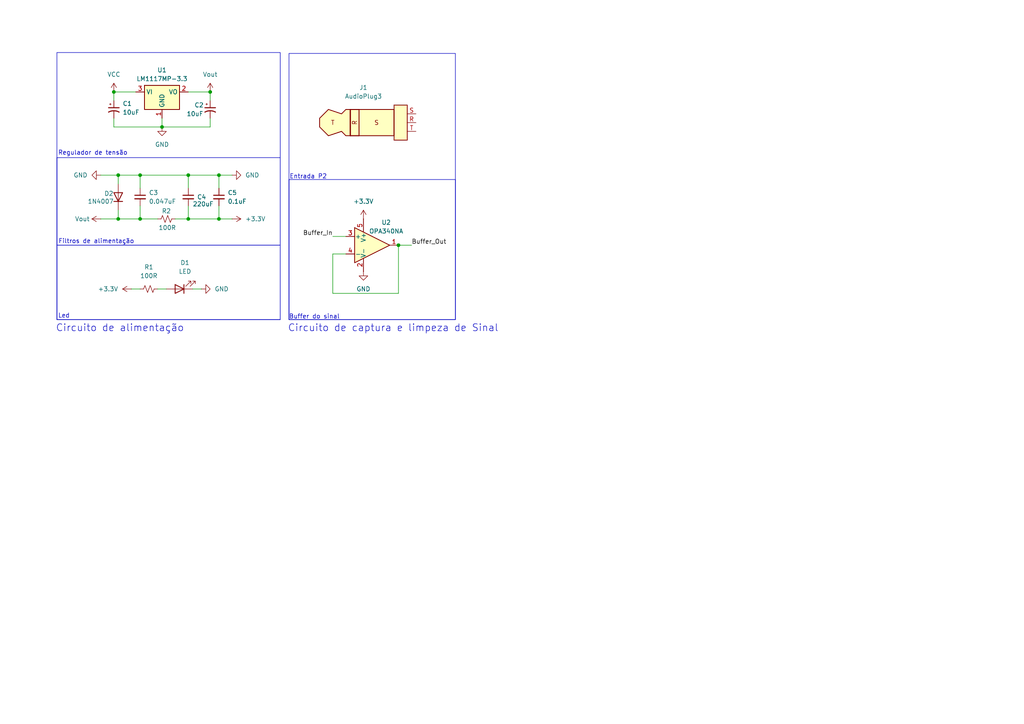
<source format=kicad_sch>
(kicad_sch (version 20250114) (generator "eeschema") (generator_version "9.0")
  (paper "A4")
  (lib_symbols
    (symbol "Amplifier_Operational:OPA340NA" (pin_names (offset 0.127))
      (property "Reference" "U" (at -1.27 6.35 0))
      (property "Value" "OPA340NA" (at -1.27 3.81 0))
      (symbol "OPA340NA_0_1"
        (polyline (pts (xy -5.08 5.08) (xy 5.08 0) (xy -5.08 -5.08) (xy -5.08 5.08)) (stroke (width 0.254)) (fill (type background)))
        (pin power_in line (at -2.54 7.62 270) (length 3.81) (name "V+") (number "5"))
        (pin power_in line (at -2.54 -7.62 90) (length 3.81) (name "V-") (number "2"))
      )
      (symbol "OPA340NA_1_1"
        (pin input line (at -7.62 2.54 0) (length 2.54) (name "+") (number "3"))
        (pin input line (at -7.62 -2.54 0) (length 2.54) (name "-") (number "4"))
        (pin output line (at 7.62 0 180) (length 2.54) (name "~") (number "1"))
      )
    )
    (symbol "Connector_Audio:AudioPlug3"
      (property "Reference" "J" (at 1.27 6.35 0))
      (property "Value" "AudioPlug3" (at 1.27 -6.35 0))
      (symbol "AudioPlug3_0_0"
        (text "R" (at -2.54 0 900) (effects (font (size 1.27 1.27))))
      )
      (symbol "AudioPlug3_0_1"
        (rectangle (start -3.81 3.81) (end -1.27 -3.81) (stroke (width 0.254)))
        (rectangle (start -1.27 -1.27) (end -1.27 -1.27))
      )
      (symbol "AudioPlug3_1_0"
        (text "T" (at -8.89 0 0) (effects (font (size 1.27 1.27))))
        (text "S" (at 3.81 0 0) (effects (font (size 1.27 1.27))))
      )
      (symbol "AudioPlug3_1_1"
        (rectangle (start -3.81 3.81) (end 8.89 -3.81) (stroke (width 0.254)) (fill (type background)))
        (polyline (pts (xy -3.81 3.81) (xy -5.08 3.81) (xy -6.35 2.54) (xy -10.16 3.81) (xy -12.7 1.27) (xy -12.7 -1.27) (xy -10.16 -3.81) (xy -6.35 -2.54) (xy -5.08 -3.81) (xy -3.81 -3.81) (xy -3.81 3.81)) (stroke (width 0.254)) (fill (type background)))
        (rectangle (start 12.7 5.08) (end 8.89 -5.08) (stroke (width 0.254)) (fill (type background)))
        (pin passive line (at 15.24 2.54 180) (length 2.54) (name "~") (number "S"))
        (pin passive line (at 15.24 0 180) (length 2.54) (name "~") (number "R"))
        (pin passive line (at 15.24 -2.54 180) (length 2.54) (name "~") (number "T"))
      )
    )
    (symbol "Device:C_Polarized_Small_US" (pin_numbers (hide yes)) (pin_names (offset 0.254) (hide yes))
      (property "Reference" "C" (at 0.254 1.778 0))
      (property "Value" "C_Polarized_Small_US" (at 0.254 -2.032 0))
      (symbol "C_Polarized_Small_US_0_1"
        (polyline (pts (xy -1.524 0.508) (xy 1.524 0.508)) (stroke (width 0.3048)))
        (polyline (pts (xy -1.27 1.524) (xy -0.762 1.524)))
        (polyline (pts (xy -1.016 1.27) (xy -1.016 1.778)))
        (arc (start -1.524 -0.762) (mid 0 -0.3734) (end 1.524 -0.762) (stroke (width 0.3048)))
      )
      (symbol "C_Polarized_Small_US_1_1"
        (pin passive line (at 0 2.54 270) (length 2.032) (name "~") (number "1"))
        (pin passive line (at 0 -2.54 90) (length 2.032) (name "~") (number "2"))
      )
    )
    (symbol "Device:C_Small" (pin_numbers (hide yes)) (pin_names (offset 0.254) (hide yes))
      (property "Reference" "C" (at 0.254 1.778 0))
      (property "Value" "C_Small" (at 0.254 -2.032 0))
      (symbol "C_Small_0_1"
        (polyline (pts (xy -1.524 0.508) (xy 1.524 0.508)) (stroke (width 0.3048)))
        (polyline (pts (xy -1.524 -0.508) (xy 1.524 -0.508)) (stroke (width 0.3302)))
      )
      (symbol "C_Small_1_1"
        (pin passive line (at 0 2.54 270) (length 2.032) (name "~") (number "1"))
        (pin passive line (at 0 -2.54 90) (length 2.032) (name "~") (number "2"))
      )
    )
    (symbol "Device:LED" (pin_numbers (hide yes)) (pin_names (offset 1.016) (hide yes))
      (property "Reference" "D" (at 0 2.54 0))
      (property "Value" "LED" (at 0 -2.54 0))
      (symbol "LED_0_1"
        (polyline (pts (xy -3.048 -0.762) (xy -4.572 -2.286) (xy -3.81 -2.286) (xy -4.572 -2.286) (xy -4.572 -1.524)))
        (polyline (pts (xy -1.778 -0.762) (xy -3.302 -2.286) (xy -2.54 -2.286) (xy -3.302 -2.286) (xy -3.302 -1.524)))
        (polyline (pts (xy -1.27 0) (xy 1.27 0)))
        (polyline (pts (xy -1.27 -1.27) (xy -1.27 1.27)) (stroke (width 0.254)))
        (polyline (pts (xy 1.27 -1.27) (xy 1.27 1.27) (xy -1.27 0) (xy 1.27 -1.27)) (stroke (width 0.254)))
      )
      (symbol "LED_1_1"
        (pin passive line (at -3.81 0 0) (length 2.54) (name "K") (number "1"))
        (pin passive line (at 3.81 0 180) (length 2.54) (name "A") (number "2"))
      )
    )
    (symbol "Device:R_Small_US" (pin_numbers (hide yes)) (pin_names (offset 0.254) (hide yes))
      (property "Reference" "R" (at 0.762 0.508 0))
      (property "Value" "R_Small_US" (at 0.762 -1.016 0))
      (symbol "R_Small_US_1_1"
        (polyline (pts (xy 0 1.524) (xy 1.016 1.143) (xy 0 0.762) (xy -1.016 0.381) (xy 0 0)))
        (polyline (pts (xy 0 0) (xy 1.016 -0.381) (xy 0 -0.762) (xy -1.016 -1.143) (xy 0 -1.524)))
        (pin passive line (at 0 2.54 270) (length 1.016) (name "~") (number "1"))
        (pin passive line (at 0 -2.54 90) (length 1.016) (name "~") (number "2"))
      )
    )
    (symbol "Diode:1N4007" (pin_numbers (hide yes)) (pin_names (hide yes))
      (property "Reference" "D" (at 0 2.54 0))
      (property "Value" "1N4007" (at 0 -2.54 0))
      (symbol "1N4007_0_1"
        (polyline (pts (xy -1.27 1.27) (xy -1.27 -1.27)) (stroke (width 0.254)))
        (polyline (pts (xy 1.27 1.27) (xy 1.27 -1.27) (xy -1.27 0) (xy 1.27 1.27)) (stroke (width 0.254)))
        (polyline (pts (xy 1.27 0) (xy -1.27 0)))
      )
      (symbol "1N4007_1_1"
        (pin passive line (at -3.81 0 0) (length 2.54) (name "K") (number "1"))
        (pin passive line (at 3.81 0 180) (length 2.54) (name "A") (number "2"))
      )
    )
    (symbol "Regulator_Linear:LM1117MP-3.3"
      (property "Reference" "U" (at -3.81 3.175 0))
      (property "Value" "LM1117MP-3.3" (at 0 3.175 0))
      (symbol "LM1117MP-3.3_0_1"
        (rectangle (start -5.08 -5.08) (end 5.08 1.905) (stroke (width 0.254)) (fill (type background)))
      )
      (symbol "LM1117MP-3.3_1_1"
        (pin power_in line (at -7.62 0 0) (length 2.54) (name "VI") (number "3"))
        (pin power_in line (at 0 -7.62 90) (length 2.54) (name "GND") (number "1"))
        (pin power_out line (at 7.62 0 180) (length 2.54) (name "VO") (number "2"))
      )
    )
    (symbol "power:+3.3V" (power) (pin_numbers (hide yes)) (pin_names (offset 0) (hide yes))
      (property "Value" "+3.3V" (at 0 3.556 0))
      (symbol "+3.3V_0_1"
        (polyline (pts (xy -0.762 1.27) (xy 0 2.54)))
        (polyline (pts (xy 0 2.54) (xy 0.762 1.27)))
        (polyline (pts (xy 0 0) (xy 0 2.54)))
      )
      (symbol "+3.3V_1_1"
        (pin power_in line (at 0 0 90) (length 0) (name "~") (number "1"))
      )
    )
    (symbol "power:GND" (power) (pin_numbers (hide yes)) (pin_names (offset 0) (hide yes))
      (property "Value" "GND" (at 0 -3.81 0))
      (symbol "GND_0_1"
        (polyline (pts (xy 0 0) (xy 0 -1.27) (xy 1.27 -1.27) (xy 0 -2.54) (xy -1.27 -1.27) (xy 0 -1.27)))
      )
      (symbol "GND_1_1"
        (pin power_in line (at 0 0 270) (length 0) (name "~") (number "1"))
      )
    )
    (symbol "power:VCC" (power) (pin_numbers (hide yes)) (pin_names (offset 0) (hide yes))
      (property "Value" "VCC" (at 0 3.556 0))
      (symbol "VCC_0_1"
        (polyline (pts (xy -0.762 1.27) (xy 0 2.54)))
        (polyline (pts (xy 0 2.54) (xy 0.762 1.27)))
        (polyline (pts (xy 0 0) (xy 0 2.54)))
      )
      (symbol "VCC_1_1"
        (pin power_in line (at 0 0 90) (length 0) (name "~") (number "1"))
      )
    )
  )
  (rectangle (start 83.82 15.494) (end 132.08 92.71))
  (rectangle (start 83.82 52.07) (end 132.08 92.71))
  (rectangle (start 16.51 71.12) (end 81.28 92.71))
  (rectangle (start 16.51 15.24) (end 81.28 92.71))
  (rectangle (start 16.51 45.72) (end 81.28 71.12))
  (text "Led\n" (at 18.542 91.694 0) (effects (font (size 1.27 1.27))))
  (text "Circuito de alimentação" (at 34.798 95.25 0) (effects (font (size 2.032 2.032))))
  (text "Buffer do sinal\n" (at 91.186 91.948 0) (effects (font (size 1.27 1.27))))
  (text "Circuito de captura e limpeza de Sinal" (at 114.046 95.25 0) (effects (font (size 2.032 2.032))))
  (text "Regulador de tensão" (at 26.924 44.45 0) (effects (font (size 1.27 1.27))))
  (text "Filtros de alimentação" (at 27.94 70.104 0) (effects (font (size 1.27 1.27))))
  (text "Entrada P2\n" (at 89.408 51.308 0) (effects (font (size 1.27 1.27))))
  (junction (at 40.64 63.5))
  (junction (at 54.61 50.8))
  (junction (at 40.64 50.8))
  (junction (at 60.96 26.67))
  (junction (at 34.29 50.8))
  (junction (at 46.99 36.83))
  (junction (at 33.02 26.67))
  (junction (at 115.57 71.12))
  (junction (at 34.29 63.5))
  (junction (at 63.5 50.8))
  (junction (at 54.61 63.5))
  (junction (at 63.5 63.5))
  (wire (pts (xy 29.21 50.8) (xy 34.29 50.8)))
  (wire (pts (xy 38.1 83.82) (xy 40.64 83.82)))
  (wire (pts (xy 54.61 59.69) (xy 54.61 63.5)))
  (wire (pts (xy 33.02 26.67) (xy 39.37 26.67)))
  (wire (pts (xy 63.5 63.5) (xy 67.31 63.5)))
  (wire (pts (xy 40.64 63.5) (xy 45.72 63.5)))
  (wire (pts (xy 63.5 50.8) (xy 67.31 50.8)))
  (wire (pts (xy 115.57 71.12) (xy 119.38 71.12)))
  (wire (pts (xy 33.02 36.83) (xy 46.99 36.83)))
  (wire (pts (xy 54.61 50.8) (xy 54.61 54.61)))
  (wire (pts (xy 100.33 73.66) (xy 96.52 73.66)))
  (wire (pts (xy 58.42 83.82) (xy 55.88 83.82)))
  (wire (pts (xy 34.29 63.5) (xy 40.64 63.5)))
  (wire (pts (xy 34.29 60.96) (xy 34.29 63.5)))
  (wire (pts (xy 34.29 50.8) (xy 34.29 53.34)))
  (wire (pts (xy 54.61 50.8) (xy 63.5 50.8)))
  (wire (pts (xy 54.61 26.67) (xy 60.96 26.67)))
  (wire (pts (xy 40.64 50.8) (xy 54.61 50.8)))
  (wire (pts (xy 54.61 63.5) (xy 63.5 63.5)))
  (wire (pts (xy 96.52 73.66) (xy 96.52 85.09)))
  (wire (pts (xy 45.72 83.82) (xy 48.26 83.82)))
  (wire (pts (xy 40.64 59.69) (xy 40.64 63.5)))
  (wire (pts (xy 34.29 50.8) (xy 40.64 50.8)))
  (wire (pts (xy 29.21 63.5) (xy 34.29 63.5)))
  (wire (pts (xy 60.96 36.83) (xy 60.96 34.29)))
  (wire (pts (xy 60.96 26.67) (xy 60.96 29.21)))
  (wire (pts (xy 46.99 36.83) (xy 60.96 36.83)))
  (wire (pts (xy 115.57 85.09) (xy 115.57 71.12)))
  (wire (pts (xy 96.52 85.09) (xy 115.57 85.09)))
  (wire (pts (xy 63.5 59.69) (xy 63.5 63.5)))
  (wire (pts (xy 63.5 50.8) (xy 63.5 54.61)))
  (wire (pts (xy 40.64 50.8) (xy 40.64 54.61)))
  (wire (pts (xy 96.52 68.58) (xy 100.33 68.58)))
  (wire (pts (xy 50.8 63.5) (xy 54.61 63.5)))
  (wire (pts (xy 33.02 29.21) (xy 33.02 26.67)))
  (wire (pts (xy 33.02 34.29) (xy 33.02 36.83)))
  (wire (pts (xy 46.99 34.29) (xy 46.99 36.83)))
  (label "Buffer_Out" (at 119.38 71.12 0))
  (label "Buffer_In" (at 96.52 68.58 180))
  (symbol (lib_id "power:GND") (at 58.42 83.82 90) (unit 1)
    (property "Reference" "#PWR05" (effects (hide yes)))
    (property "Value" "GND" (at 62.23 83.8199 90) (effects (justify right)))
    (property "Description" "Power symbol creates a global label with name \"GND\" , ground" (effects (hide yes)))
  )
  (symbol (lib_id "power:+3.3V") (at 105.41 63.5 0) (unit 1)
    (property "Reference" "#PWR010" (effects (hide yes)))
    (property "Value" "+3.3V" (at 105.41 58.42 0))
    (property "Description" "Power symbol creates a global label with name \"+3.3V\"" (effects (hide yes)))
  )
  (symbol (lib_id "power:GND") (at 67.31 50.8 90) (unit 1)
    (property "Reference" "#PWR09" (effects (hide yes)))
    (property "Value" "GND" (at 71.12 50.7999 90) (effects (justify right)))
    (property "Description" "Power symbol creates a global label with name \"GND\" , ground" (effects (hide yes)))
  )
  (symbol (lib_id "power:+3.3V") (at 60.96 26.67 0) (unit 1)
    (property "Reference" "#PWR03" (effects (hide yes)))
    (property "Value" "Vout" (at 60.96 21.59 0))
    (property "Description" "Power symbol creates a global label with name \"+3.3V\"" (effects (hide yes)))
  )
  (symbol (lib_id "power:+3.3V") (at 38.1 83.82 90) (unit 1)
    (property "Reference" "#PWR04" (effects (hide yes)))
    (property "Value" "+3.3V" (at 34.29 83.8199 90) (effects (justify left)))
    (property "Description" "Power symbol creates a global label with name \"+3.3V\"" (effects (hide yes)))
  )
  (symbol (lib_id "Device:C_Polarized_Small_US") (at 33.02 31.75 0) (unit 1)
    (property "Reference" "C1" (at 35.56 30.0481 0) (effects (justify left)))
    (property "Value" "10uF" (at 35.56 32.5881 0) (effects (justify left)))
    (property "Description" "Polarized capacitor, small US symbol" (effects (hide yes)))
  )
  (symbol (lib_id "Diode:1N4007") (at 34.29 57.15 90) (unit 1)
    (property "Reference" "D2" (at 30.226 56.134 90) (effects (justify right)))
    (property "Value" "1N4007" (at 25.4 58.42 90) (effects (justify right)))
    (property "Footprint" "Diode_THT:D_DO-41_SOD81_P10.16mm_Horizontal" (effects (hide yes)))
    (property "Datasheet" "http://www.vishay.com/docs/88503/1n4001.pdf" (effects (hide yes)))
    (property "Description" "1000V 1A General Purpose Rectifier Diode, DO-41" (effects (hide yes)))
    (property "Sim.Device" "D" (effects (hide yes)))
    (property "Sim.Pins" "1=K 2=A" (effects (hide yes)))
  )
  (symbol (lib_id "Device:R_Small_US") (at 43.18 83.82 90) (unit 1)
    (property "Reference" "R1" (at 43.18 77.47 90))
    (property "Value" "100R" (at 43.18 80.01 90))
    (property "Description" "Resistor, small US symbol" (effects (hide yes)))
  )
  (symbol (lib_id "power:+3.3V") (at 29.21 63.5 90) (unit 1)
    (property "Reference" "#PWR06" (effects (hide yes)))
    (property "Value" "Vout" (at 23.876 63.5 90))
    (property "Description" "Power symbol creates a global label with name \"+3.3V\"" (effects (hide yes)))
  )
  (symbol (lib_id "Device:LED") (at 52.07 83.82 180) (unit 1)
    (property "Reference" "D1" (at 53.6575 76.2 0))
    (property "Value" "LED" (at 53.6575 78.74 0))
    (property "Description" "Light emitting diode" (effects (hide yes)))
    (property "Sim.Pins" "1=K 2=A" (effects (hide yes)))
  )
  (symbol (lib_id "Device:C_Polarized_Small_US") (at 60.96 31.75 0) (unit 1)
    (property "Reference" "C2" (at 56.388 30.48 0) (effects (justify left)))
    (property "Value" "10uF" (at 54.102 33.02 0) (effects (justify left)))
    (property "Description" "Polarized capacitor, small US symbol" (effects (hide yes)))
  )
  (symbol (lib_id "Device:R_Small_US") (at 48.26 63.5 90) (unit 1)
    (property "Reference" "R2" (at 48.26 61.214 90))
    (property "Value" "100R" (at 48.514 66.04 90))
    (property "Description" "Resistor, small US symbol" (effects (hide yes)))
  )
  (symbol (lib_id "Device:C_Small") (at 63.5 57.15 0) (unit 1)
    (property "Reference" "C5" (at 66.04 55.8862 0) (effects (justify left)))
    (property "Value" "0.1uF" (at 66.04 58.4262 0) (effects (justify left)))
    (property "Description" "Unpolarized capacitor, small symbol" (effects (hide yes)))
  )
  (symbol (lib_id "Amplifier_Operational:OPA340NA") (at 107.95 71.12 0) (unit 1)
    (property "Reference" "U2" (at 112.014 64.516 0))
    (property "Value" "OPA340NA" (at 112.014 67.056 0))
    (property "Footprint" "Package_TO_SOT_SMD:SOT-23-5" (effects (hide yes)))
    (property "Datasheet" "http://www.ti.com/lit/ds/symlink/opa340.pdf" (effects (hide yes)))
    (property "Description" "Single Single-Supply, Rail-to-Rail Operational Amplifier, MicroAmplifier Series, SOT-23-5" (effects (hide yes)))
  )
  (symbol (lib_id "power:+3.3V") (at 67.31 63.5 270) (unit 1)
    (property "Reference" "#PWR07" (effects (hide yes)))
    (property "Value" "+3.3V" (at 71.12 63.4999 90) (effects (justify left)))
    (property "Description" "Power symbol creates a global label with name \"+3.3V\"" (effects (hide yes)))
  )
  (symbol (lib_id "power:GND") (at 46.99 36.83 0) (unit 1)
    (property "Reference" "#PWR01" (effects (hide yes)))
    (property "Value" "GND" (at 46.99 41.91 0))
    (property "Description" "Power symbol creates a global label with name \"GND\" , ground" (effects (hide yes)))
  )
  (symbol (lib_id "Connector_Audio:AudioPlug3") (at 105.41 35.56 0) (unit 1)
    (property "Reference" "J1" (at 105.41 25.4 0))
    (property "Value" "AudioPlug3" (at 105.41 27.94 0))
    (property "Description" "Audio Jack, 3 Poles (Stereo / TRS)" (effects (hide yes)))
  )
  (symbol (lib_id "power:GND") (at 105.41 78.74 0) (unit 1)
    (property "Reference" "#PWR011" (effects (hide yes)))
    (property "Value" "GND" (at 105.41 83.82 0))
    (property "Description" "Power symbol creates a global label with name \"GND\" , ground" (effects (hide yes)))
  )
  (symbol (lib_id "Device:C_Small") (at 54.61 57.15 0) (unit 1)
    (property "Reference" "C4" (at 57.15 57.15 0) (effects (justify left)))
    (property "Value" "220uF" (at 55.88 59.182 0) (effects (justify left)))
    (property "Description" "Unpolarized capacitor, small symbol" (effects (hide yes)))
  )
  (symbol (lib_id "Device:C_Small") (at 40.64 57.15 0) (unit 1)
    (property "Reference" "C3" (at 43.18 55.8862 0) (effects (justify left)))
    (property "Value" "0.047uF" (at 43.18 58.4262 0) (effects (justify left)))
    (property "Description" "Unpolarized capacitor, small symbol" (effects (hide yes)))
  )
  (symbol (lib_id "power:GND") (at 29.21 50.8 270) (unit 1)
    (property "Reference" "#PWR08" (effects (hide yes)))
    (property "Value" "GND" (at 25.4 50.7999 90) (effects (justify right)))
    (property "Description" "Power symbol creates a global label with name \"GND\" , ground" (effects (hide yes)))
  )
  (symbol (lib_id "Regulator_Linear:LM1117MP-3.3") (at 46.99 26.67 0) (unit 1)
    (property "Reference" "U1" (at 46.99 20.32 0))
    (property "Value" "LM1117MP-3.3" (at 46.99 22.86 0))
    (property "Footprint" "Package_TO_SOT_SMD:SOT-223-3_TabPin2" (effects (hide yes)))
    (property "Datasheet" "http://www.ti.com/lit/ds/symlink/lm1117.pdf" (effects (hide yes)))
    (property "Description" "800mA Low-Dropout Linear Regulator, 3.3V fixed output, SOT-223" (effects (hide yes)))
  )
  (symbol (lib_id "power:VCC") (at 33.02 26.67 0) (unit 1)
    (property "Reference" "#PWR02" (effects (hide yes)))
    (property "Value" "VCC" (at 33.02 21.59 0))
    (property "Description" "Power symbol creates a global label with name \"VCC\"" (effects (hide yes)))
  )
)
</source>
